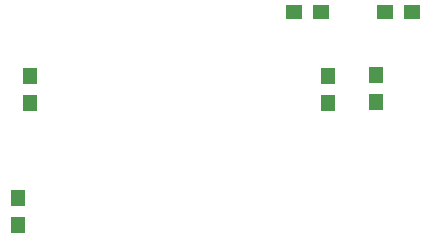
<source format=gbr>
G04 EasyPC Gerber Version 21.0.3 Build 4286 *
G04 #@! TF.Part,Single*
G04 #@! TF.FileFunction,Paste,Bot *
G04 #@! TF.FilePolarity,Positive *
%FSLAX35Y35*%
%MOIN*%
G04 #@! TA.AperFunction,SMDPad*
%ADD101R,0.04900X0.05400*%
%ADD100R,0.05400X0.04900*%
X0Y0D02*
D02*
D100*
X468781Y136766D03*
X477781D03*
X499195D03*
X508195D03*
D02*
D101*
X376726Y65829D03*
Y74829D03*
X380860Y106478D03*
Y115478D03*
X480270Y106675D03*
Y115675D03*
X496215Y106774D03*
Y115774D03*
X0Y0D02*
M02*

</source>
